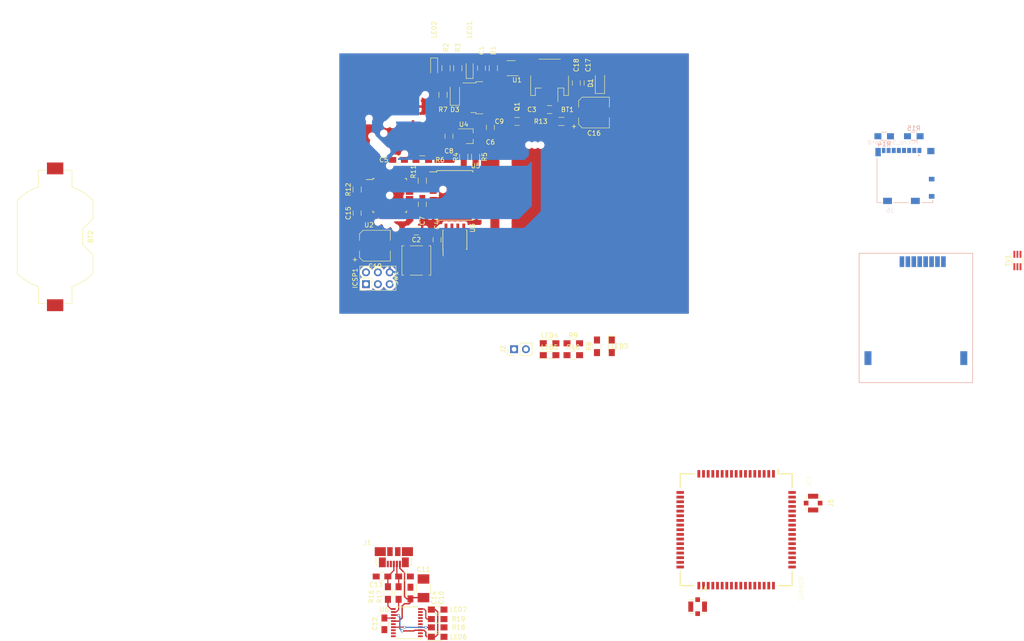
<source format=kicad_pcb>
(kicad_pcb (version 4) (host pcbnew 4.0.6)
  (layers (0 F.Cu signal) (31 B.Cu signal) (34 B.Paste user) (35 F.Paste user) (36 B.SilkS user) (37 F.SilkS user) (38 B.Mask user) (39 F.Mask user) (44 Edge.Cuts user))
  (net 0 "")
  (net 1 +BATT)
  (net 2 GND)
  (net 3 "Net-(BT2-Pad1)")
  (net 4 VBUS)
  (net 5 "Net-(C2-Pad1)")
  (net 6 +3V3)
  (net 7 /ARD_RST)
  (net 8 /DTR)
  (net 9 "Net-(C6-Pad1)")
  (net 10 /RTC_PWR)
  (net 11 "Net-(C9-Pad1)")
  (net 12 "Net-(C11-Pad1)")
  (net 13 "Net-(C12-Pad1)")
  (net 14 "Net-(C13-Pad1)")
  (net 15 +2V8)
  (net 16 /SIM808_P)
  (net 17 "Net-(IC1-Pad9)")
  (net 18 /SIM808_RI)
  (net 19 "Net-(IC1-Pad11)")
  (net 20 "Net-(IC1-Pad12)")
  (net 21 "Net-(IC1-Pad13)")
  (net 22 /ARD_HRX)
  (net 23 /ARD_HTX)
  (net 24 "Net-(IC1-Pad19)")
  (net 25 "Net-(IC1-Pad20)")
  (net 26 "Net-(IC1-Pad21)")
  (net 27 "Net-(IC1-Pad22)")
  (net 28 "Net-(IC1-Pad23)")
  (net 29 "Net-(IC1-Pad24)")
  (net 30 "Net-(IC1-Pad25)")
  (net 31 "Net-(IC1-Pad26)")
  (net 32 "Net-(IC1-Pad27)")
  (net 33 +1V8)
  (net 34 /SIMDATA)
  (net 35 /SIMCLK)
  (net 36 /SIMRST)
  (net 37 "Net-(IC1-Pad33)")
  (net 38 "Net-(IC1-Pad35)")
  (net 39 "Net-(IC1-Pad37)")
  (net 40 "Net-(IC1-Pad38)")
  (net 41 "Net-(IC1-Pad39)")
  (net 42 "Net-(IC1-Pad41)")
  (net 43 "Net-(IC1-Pad42)")
  (net 44 "Net-(IC1-Pad43)")
  (net 45 "Net-(IC1-Pad44)")
  (net 46 "Net-(IC1-Pad45)")
  (net 47 "Net-(IC1-Pad46)")
  (net 48 "Net-(IC1-Pad47)")
  (net 49 "Net-(IC1-Pad48)")
  (net 50 /SIM808_S)
  (net 51 /NETWORK_LED)
  (net 52 "Net-(IC1-Pad53)")
  (net 53 "Net-(IC1-Pad55)")
  (net 54 "Net-(IC1-Pad56)")
  (net 55 "Net-(IC1-Pad57)")
  (net 56 "Net-(IC1-Pad58)")
  (net 57 "Net-(IC1-Pad59)")
  (net 58 "Net-(IC1-Pad60)")
  (net 59 "Net-(IC1-Pad61)")
  (net 60 "Net-(IC1-Pad62)")
  (net 61 "Net-(IC1-Pad63)")
  (net 62 "Net-(IC1-Pad66)")
  (net 63 /ARD_MISO)
  (net 64 /ARD_SCK)
  (net 65 /ARD_MOSI)
  (net 66 "Net-(J1-Pad4)")
  (net 67 "Net-(J2-Pad2)")
  (net 68 "Net-(J3-Pad6)")
  (net 69 "Net-(J6-Pad8)")
  (net 70 /ARD_IO10)
  (net 71 "Net-(J6-Pad1)")
  (net 72 "Net-(R1-Pad1)")
  (net 73 "Net-(R2-Pad2)")
  (net 74 /SDA)
  (net 75 /SCL)
  (net 76 "Net-(R11-Pad1)")
  (net 77 /WAKE_UP)
  (net 78 "Net-(R16-Pad1)")
  (net 79 "Net-(R17-Pad2)")
  (net 80 "Net-(R18-Pad1)")
  (net 81 "Net-(R19-Pad1)")
  (net 82 "Net-(TV1-Pad6)")
  (net 83 "Net-(U2-Pad7)")
  (net 84 "Net-(U2-Pad8)")
  (net 85 "Net-(U2-Pad11)")
  (net 86 "Net-(U2-Pad19)")
  (net 87 "Net-(U2-Pad22)")
  (net 88 "Net-(U2-Pad24)")
  (net 89 "Net-(U2-Pad25)")
  (net 90 "Net-(U2-Pad26)")
  (net 91 /ARD_RX)
  (net 92 /ARD_TX)
  (net 93 "Net-(U3-Pad7)")
  (net 94 "Net-(U5-Pad1)")
  (net 95 "Net-(U5-Pad4)")
  (net 96 "Net-(U6-Pad2)")
  (net 97 +3V3_FDTI)
  (net 98 "Net-(U6-Pad5)")
  (net 99 "Net-(U6-Pad7)")
  (net 100 "Net-(U6-Pad8)")
  (net 101 "Net-(U6-Pad18)")
  (net 102 "Net-(U6-Pad19)")
  (net 103 "Net-(LED1-Pad1)")
  (net 104 "Net-(LED2-Pad2)")
  (net 105 "Net-(LED3-Pad2)")
  (net 106 "Net-(LED4-Pad2)")
  (net 107 "Net-(LED5-Pad2)")
  (net 108 "Net-(LED6-Pad2)")
  (net 109 "Net-(LED7-Pad2)")
  (net 110 "Net-(U2-Pad2)")
  (module Capacitors_SMD:C_0805_HandSoldering (layer F.Cu) (at 129.54 145.034 90)
    (fp_text reference C14 (at -1.016 5.08 270) (layer F.SilkS))
    (fp_text value 0.1uF hide)
    (pad 1 smd rect (at -1.25 0 90) (size 1.5 1.25) (layers F.Cu F.Paste F.Mask) (net 4 VBUS))
    (pad 2 smd rect (at 1.25 0 90) (size 1.5 1.25) (layers F.Cu F.Paste F.Mask) (net 2 GND))
  )
  (module Resistors_SMD:R_0805_HandSoldering (layer F.Cu) (at 139.7 32.385 90)
    (fp_text reference R3 (at 4.445 0 270) (layer F.SilkS))
    (fp_text value 470R hide)
    (pad 1 smd rect (at -1.35 0 90) (size 1.5 1.3) (layers F.Cu F.Paste F.Mask) (net 103 "Net-(LED1-Pad1)"))
    (pad 2 smd rect (at 1.35 0 90) (size 1.5 1.3) (layers F.Cu F.Paste F.Mask) (net 73 "Net-(R2-Pad2)"))
  )
  (module Capacitors_SMD:C_0805_HandSoldering (layer F.Cu) (at 127 52.07 180)
    (fp_text reference C5 (at 3.175 0 180) (layer F.SilkS))
    (fp_text value 0.1uF hide)
    (pad 1 smd rect (at -1.25 0 180) (size 1.5 1.25) (layers F.Cu F.Paste F.Mask) (net 7 /ARD_RST))
    (pad 2 smd rect (at 1.25 0 180) (size 1.5 1.25) (layers F.Cu F.Paste F.Mask) (net 8 /DTR))
  )
  (module Housings_QFP:TQFP-32_7x7mm_Pitch0.8mm (layer F.Cu) (at 125.095 59.69)
    (fp_text reference U2 (at -4.445 6.35) (layer F.SilkS))
    (fp_text value ATMEGA328P-AU hide)
    (pad 1 smd rect (at -4.25 -2.8) (size 1.6 0.55) (layers F.Cu F.Paste F.Mask) (net 77 /WAKE_UP))
    (pad 2 smd rect (at -4.25 -2) (size 1.6 0.55) (layers F.Cu F.Paste F.Mask) (net 110 "Net-(U2-Pad2)"))
    (pad 3 smd rect (at -4.25 -1.2) (size 1.6 0.55) (layers F.Cu F.Paste F.Mask) (net 2 GND))
    (pad 4 smd rect (at -4.25 -0.4) (size 1.6 0.55) (layers F.Cu F.Paste F.Mask) (net 6 +3V3))
    (pad 5 smd rect (at -4.25 0.4) (size 1.6 0.55) (layers F.Cu F.Paste F.Mask) (net 2 GND))
    (pad 6 smd rect (at -4.25 1.2) (size 1.6 0.55) (layers F.Cu F.Paste F.Mask) (net 6 +3V3))
    (pad 7 smd rect (at -4.25 2) (size 1.6 0.55) (layers F.Cu F.Paste F.Mask) (net 83 "Net-(U2-Pad7)"))
    (pad 8 smd rect (at -4.25 2.8) (size 1.6 0.55) (layers F.Cu F.Paste F.Mask) (net 84 "Net-(U2-Pad8)"))
    (pad 9 smd rect (at -2.8 4.25 90) (size 1.6 0.55) (layers F.Cu F.Paste F.Mask) (net 23 /ARD_HTX))
    (pad 10 smd rect (at -2 4.25 90) (size 1.6 0.55) (layers F.Cu F.Paste F.Mask) (net 22 /ARD_HRX))
    (pad 11 smd rect (at -1.2 4.25 90) (size 1.6 0.55) (layers F.Cu F.Paste F.Mask) (net 85 "Net-(U2-Pad11)"))
    (pad 12 smd rect (at -0.4 4.25 90) (size 1.6 0.55) (layers F.Cu F.Paste F.Mask) (net 50 /SIM808_S))
    (pad 13 smd rect (at 0.4 4.25 90) (size 1.6 0.55) (layers F.Cu F.Paste F.Mask) (net 16 /SIM808_P))
    (pad 14 smd rect (at 1.2 4.25 90) (size 1.6 0.55) (layers F.Cu F.Paste F.Mask) (net 70 /ARD_IO10))
    (pad 15 smd rect (at 2 4.25 90) (size 1.6 0.55) (layers F.Cu F.Paste F.Mask) (net 65 /ARD_MOSI))
    (pad 16 smd rect (at 2.8 4.25 90) (size 1.6 0.55) (layers F.Cu F.Paste F.Mask) (net 63 /ARD_MISO))
    (pad 17 smd rect (at 4.25 2.8) (size 1.6 0.55) (layers F.Cu F.Paste F.Mask) (net 64 /ARD_SCK))
    (pad 18 smd rect (at 4.25 2) (size 1.6 0.55) (layers F.Cu F.Paste F.Mask) (net 6 +3V3))
    (pad 19 smd rect (at 4.25 1.2) (size 1.6 0.55) (layers F.Cu F.Paste F.Mask) (net 86 "Net-(U2-Pad19)"))
    (pad 20 smd rect (at 4.25 0.4) (size 1.6 0.55) (layers F.Cu F.Paste F.Mask) (net 5 "Net-(C2-Pad1)"))
    (pad 21 smd rect (at 4.25 -0.4) (size 1.6 0.55) (layers F.Cu F.Paste F.Mask) (net 2 GND))
    (pad 22 smd rect (at 4.25 -1.2) (size 1.6 0.55) (layers F.Cu F.Paste F.Mask) (net 87 "Net-(U2-Pad22)"))
    (pad 23 smd rect (at 4.25 -2) (size 1.6 0.55) (layers F.Cu F.Paste F.Mask) (net 10 /RTC_PWR))
    (pad 24 smd rect (at 4.25 -2.8) (size 1.6 0.55) (layers F.Cu F.Paste F.Mask) (net 88 "Net-(U2-Pad24)"))
    (pad 25 smd rect (at 2.8 -4.25 90) (size 1.6 0.55) (layers F.Cu F.Paste F.Mask) (net 89 "Net-(U2-Pad25)"))
    (pad 26 smd rect (at 2 -4.25 90) (size 1.6 0.55) (layers F.Cu F.Paste F.Mask) (net 90 "Net-(U2-Pad26)"))
    (pad 27 smd rect (at 1.2 -4.25 90) (size 1.6 0.55) (layers F.Cu F.Paste F.Mask) (net 74 /SDA))
    (pad 28 smd rect (at 0.4 -4.25 90) (size 1.6 0.55) (layers F.Cu F.Paste F.Mask) (net 75 /SCL))
    (pad 29 smd rect (at -0.4 -4.25 90) (size 1.6 0.55) (layers F.Cu F.Paste F.Mask) (net 7 /ARD_RST))
    (pad 30 smd rect (at -1.2 -4.25 90) (size 1.6 0.55) (layers F.Cu F.Paste F.Mask) (net 91 /ARD_RX))
    (pad 31 smd rect (at -2 -4.25 90) (size 1.6 0.55) (layers F.Cu F.Paste F.Mask) (net 92 /ARD_TX))
    (pad 32 smd rect (at -2.8 -4.25 90) (size 1.6 0.55) (layers F.Cu F.Paste F.Mask) (net 18 /SIM808_RI))
  )
  (module Housings_SOIC:SOIC-16W_7.5x10.3mm_Pitch1.27mm (layer F.Cu) (at 139.065 59.69)
    (fp_text reference U5 (at 4.445 -6.35 180) (layer F.SilkS))
    (fp_text value DS3231SN hide)
    (pad 1 smd rect (at -4.65 -4.445) (size 1.5 0.6) (layers F.Cu F.Paste F.Mask) (net 94 "Net-(U5-Pad1)"))
    (pad 2 smd rect (at -4.65 -3.175) (size 1.5 0.6) (layers F.Cu F.Paste F.Mask) (net 76 "Net-(R11-Pad1)"))
    (pad 3 smd rect (at -4.65 -1.905) (size 1.5 0.6) (layers F.Cu F.Paste F.Mask) (net 77 /WAKE_UP))
    (pad 4 smd rect (at -4.65 -0.635) (size 1.5 0.6) (layers F.Cu F.Paste F.Mask) (net 95 "Net-(U5-Pad4)"))
    (pad 5 smd rect (at -4.65 0.635) (size 1.5 0.6) (layers F.Cu F.Paste F.Mask) (net 2 GND))
    (pad 6 smd rect (at -4.65 1.905) (size 1.5 0.6) (layers F.Cu F.Paste F.Mask) (net 2 GND))
    (pad 7 smd rect (at -4.65 3.175) (size 1.5 0.6) (layers F.Cu F.Paste F.Mask) (net 2 GND))
    (pad 8 smd rect (at -4.65 4.445) (size 1.5 0.6) (layers F.Cu F.Paste F.Mask) (net 2 GND))
    (pad 9 smd rect (at 4.65 4.445) (size 1.5 0.6) (layers F.Cu F.Paste F.Mask) (net 2 GND))
    (pad 10 smd rect (at 4.65 3.175) (size 1.5 0.6) (layers F.Cu F.Paste F.Mask) (net 2 GND))
    (pad 11 smd rect (at 4.65 1.905) (size 1.5 0.6) (layers F.Cu F.Paste F.Mask) (net 2 GND))
    (pad 12 smd rect (at 4.65 0.635) (size 1.5 0.6) (layers F.Cu F.Paste F.Mask) (net 2 GND))
    (pad 13 smd rect (at 4.65 -0.635) (size 1.5 0.6) (layers F.Cu F.Paste F.Mask) (net 2 GND))
    (pad 14 smd rect (at 4.65 -1.905) (size 1.5 0.6) (layers F.Cu F.Paste F.Mask) (net 3 "Net-(BT2-Pad1)"))
    (pad 15 smd rect (at 4.65 -3.175) (size 1.5 0.6) (layers F.Cu F.Paste F.Mask) (net 74 /SDA))
    (pad 16 smd rect (at 4.65 -4.445) (size 1.5 0.6) (layers F.Cu F.Paste F.Mask) (net 75 /SCL))
  )
  (module Resistors_SMD:R_0805_HandSoldering (layer F.Cu) (at 124.714 145.034 90)
    (fp_text reference R16 (at -0.762 -3.556 270) (layer F.SilkS))
    (fp_text value 27R hide)
    (pad 1 smd rect (at -1.35 0 90) (size 1.5 1.3) (layers F.Cu F.Paste F.Mask) (net 78 "Net-(R16-Pad1)"))
    (pad 2 smd rect (at 1.35 0 90) (size 1.5 1.3) (layers F.Cu F.Paste F.Mask) (net 14 "Net-(C13-Pad1)"))
  )
  (module Connectors_JST:JST_PH_S2B-PH-SM4-TB_02x2.00mm_Angled (layer F.Cu) (at 159.385 34.925 180)
    (fp_text reference BT1 (at -3.81 -6.35 180) (layer F.SilkS))
    (fp_text value "External battery")
    (pad 1 smd rect (at -1 -2.875 180) (size 1 3.5) (layers F.Cu F.Paste F.Mask) (net 1 +BATT))
    (pad 2 smd rect (at 1 -2.875 180) (size 1 3.5) (layers F.Cu F.Paste F.Mask) (net 2 GND))
    (pad "" smd rect (at -3.35 2.875 180) (size 1.5 3.4) (layers F.Cu F.Paste F.Mask))
    (pad "" smd rect (at 3.35 2.875 180) (size 1.5 3.4) (layers F.Cu F.Paste F.Mask))
  )
  (module Battery_Holders:Keystone_1058_1x2032-CoinCell (layer F.Cu) (at 53.34 68.58 90)
    (fp_text reference BT2 (at 0 7.62 90) (layer F.SilkS))
    (fp_text value "Backup battery")
    (pad 1 smd rect (at -14.68 0 90) (size 2.54 3.51) (layers F.Cu F.Paste F.Mask) (net 3 "Net-(BT2-Pad1)"))
    (pad 2 smd rect (at 14.68 0 90) (size 2.54 3.51) (layers F.Cu F.Paste F.Mask) (net 2 GND))
  )
  (module Capacitors_SMD:C_0805_HandSoldering (layer F.Cu) (at 144.78 32.385 90)
    (fp_text reference C1 (at 3.81 0 90) (layer F.SilkS))
    (fp_text value 4.7uF hide)
    (pad 1 smd rect (at -1.25 0 90) (size 1.5 1.25) (layers F.Cu F.Paste F.Mask) (net 2 GND))
    (pad 2 smd rect (at 1.25 0 90) (size 1.5 1.25) (layers F.Cu F.Paste F.Mask) (net 4 VBUS))
  )
  (module Capacitors_SMD:C_0805_HandSoldering (layer F.Cu) (at 130.81 67.31)
    (fp_text reference C2 (at 0 1.905) (layer F.SilkS))
    (fp_text value 0.1uF hide)
    (pad 1 smd rect (at -1.25 0) (size 1.5 1.25) (layers F.Cu F.Paste F.Mask) (net 5 "Net-(C2-Pad1)"))
    (pad 2 smd rect (at 1.25 0) (size 1.5 1.25) (layers F.Cu F.Paste F.Mask) (net 2 GND))
  )
  (module Capacitors_SMD:C_0805_HandSoldering (layer F.Cu) (at 159.385 41.275 180)
    (fp_text reference C3 (at 3.81 0 180) (layer F.SilkS))
    (fp_text value 4.7uF hide)
    (pad 1 smd rect (at -1.25 0 180) (size 1.5 1.25) (layers F.Cu F.Paste F.Mask) (net 1 +BATT))
    (pad 2 smd rect (at 1.25 0 180) (size 1.5 1.25) (layers F.Cu F.Paste F.Mask) (net 2 GND))
  )
  (module Capacitors_SMD:C_0805_HandSoldering (layer F.Cu) (at 135.255 69.215 270)
    (fp_text reference C4 (at -3.175 0 270) (layer F.SilkS))
    (fp_text value 0.1uF hide)
    (pad 1 smd rect (at -1.25 0 270) (size 1.5 1.25) (layers F.Cu F.Paste F.Mask) (net 6 +3V3))
    (pad 2 smd rect (at 1.25 0 270) (size 1.5 1.25) (layers F.Cu F.Paste F.Mask) (net 2 GND))
  )
  (module Capacitors_SMD:C_0805_HandSoldering (layer F.Cu) (at 146.685 45.085 90)
    (fp_text reference C6 (at -3.175 0 180) (layer F.SilkS))
    (fp_text value 1uF hide)
    (pad 1 smd rect (at -1.25 0 90) (size 1.5 1.25) (layers F.Cu F.Paste F.Mask) (net 9 "Net-(C6-Pad1)"))
    (pad 2 smd rect (at 1.25 0 90) (size 1.5 1.25) (layers F.Cu F.Paste F.Mask) (net 2 GND))
  )
  (module Capacitors_SMD:C_0805_HandSoldering (layer F.Cu) (at 132.08 61.595 270)
    (fp_text reference C7 (at 3.556 0 270) (layer F.SilkS))
    (fp_text value 0.1uF hide)
    (pad 1 smd rect (at -1.25 0 270) (size 1.5 1.25) (layers F.Cu F.Paste F.Mask) (net 10 /RTC_PWR))
    (pad 2 smd rect (at 1.25 0 270) (size 1.5 1.25) (layers F.Cu F.Paste F.Mask) (net 2 GND))
  )
  (module Capacitors_SMD:C_0805_HandSoldering (layer F.Cu) (at 137.795 46.99 90)
    (fp_text reference C8 (at -3.175 0 180) (layer F.SilkS))
    (fp_text value 1uF hide)
    (pad 1 smd rect (at -1.25 0 90) (size 1.5 1.25) (layers F.Cu F.Paste F.Mask) (net 6 +3V3))
    (pad 2 smd rect (at 1.25 0 90) (size 1.5 1.25) (layers F.Cu F.Paste F.Mask) (net 2 GND))
  )
  (module Capacitors_SMD:C_0805_HandSoldering (layer F.Cu) (at 152.4 43.815 180)
    (fp_text reference C9 (at 3.81 0 180) (layer F.SilkS))
    (fp_text value 10uF hide)
    (pad 1 smd rect (at -1.25 0 180) (size 1.5 1.25) (layers F.Cu F.Paste F.Mask) (net 11 "Net-(C9-Pad1)"))
    (pad 2 smd rect (at 1.25 0 180) (size 1.5 1.25) (layers F.Cu F.Paste F.Mask) (net 2 GND))
  )
  (module Capacitors_SMD:C_1210_HandSoldering (layer F.Cu) (at 132.334 144.018 90)
    (fp_text reference C10 (at -2.032 3.81 90) (layer F.SilkS))
    (fp_text value 4.7uF hide)
    (pad 1 smd rect (at -2 0 90) (size 2 2.5) (layers F.Cu F.Paste F.Mask) (net 4 VBUS))
    (pad 2 smd rect (at 2 0 90) (size 2 2.5) (layers F.Cu F.Paste F.Mask) (net 2 GND))
  )
  (module Capacitors_SMD:C_0805_HandSoldering (layer F.Cu) (at 128.27 141.478)
    (fp_text reference C11 (at 4.064 -1.524) (layer F.SilkS))
    (fp_text value 47pF hide)
    (pad 1 smd rect (at -1.25 0) (size 1.5 1.25) (layers F.Cu F.Paste F.Mask) (net 12 "Net-(C11-Pad1)"))
    (pad 2 smd rect (at 1.25 0) (size 1.5 1.25) (layers F.Cu F.Paste F.Mask) (net 2 GND))
  )
  (module Capacitors_SMD:C_0805_HandSoldering (layer F.Cu) (at 123.952 151.638 270)
    (fp_text reference C12 (at 0 2.032 270) (layer F.SilkS))
    (fp_text value 0.1uF hide)
    (pad 1 smd rect (at -1.25 0 270) (size 1.5 1.25) (layers F.Cu F.Paste F.Mask) (net 13 "Net-(C12-Pad1)"))
    (pad 2 smd rect (at 1.25 0 270) (size 1.5 1.25) (layers F.Cu F.Paste F.Mask) (net 2 GND))
  )
  (module Capacitors_SMD:C_0805_HandSoldering (layer F.Cu) (at 123.444 141.478 180)
    (fp_text reference C13 (at 1.27 -1.778 180) (layer F.SilkS))
    (fp_text value 47pF hide)
    (pad 1 smd rect (at -1.25 0 180) (size 1.5 1.25) (layers F.Cu F.Paste F.Mask) (net 14 "Net-(C13-Pad1)"))
    (pad 2 smd rect (at 1.25 0 180) (size 1.5 1.25) (layers F.Cu F.Paste F.Mask) (net 2 GND))
  )
  (module Diodes_SMD:D_SOD-123 (layer F.Cu) (at 139.065 38.1 90)
    (fp_text reference D3 (at -3.175 0 180) (layer F.SilkS))
    (fp_text value B130LAW hide)
    (pad 1 smd rect (at -1.65 0 90) (size 0.9 1.2) (layers F.Cu F.Paste F.Mask) (net 9 "Net-(C6-Pad1)"))
    (pad 2 smd rect (at 1.65 0 90) (size 0.9 1.2) (layers F.Cu F.Paste F.Mask) (net 4 VBUS))
  )
  (module SIM808:QFN100P2400X2400X260-68N (layer F.Cu) (at 199.39 131.445 270)
    (fp_text reference IC1 (at -10.4784 -15.6625 270) (layer F.SilkS) (effects (font (size 1.00176 1.00176) (thickness 0.05))))
    (fp_text value SIM808 (at 12.7 -13.97 270) (layer F.SilkS) (effects (font (size 1.00291 1.00291) (thickness 0.05))))
    (pad 1 smd rect (at -12 -8 270) (size 1.6 0.6) (layers F.Cu F.Paste F.Mask) (net 2 GND))
    (pad 2 smd rect (at -12 -7 270) (size 1.6 0.6) (layers F.Cu F.Paste F.Mask) (net 2 GND))
    (pad 3 smd rect (at -12 -6 270) (size 1.6 0.6) (layers F.Cu F.Paste F.Mask) (net 2 GND))
    (pad 4 smd rect (at -12 -5 270) (size 1.6 0.6) (layers F.Cu F.Paste F.Mask) (net 1 +BATT))
    (pad 5 smd rect (at -12 -4 270) (size 1.6 0.6) (layers F.Cu F.Paste F.Mask) (net 1 +BATT))
    (pad 6 smd rect (at -12 -3 270) (size 1.6 0.6) (layers F.Cu F.Paste F.Mask) (net 1 +BATT))
    (pad 7 smd rect (at -12 -2 270) (size 1.6 0.6) (layers F.Cu F.Paste F.Mask) (net 15 +2V8))
    (pad 8 smd rect (at -12 -1 270) (size 1.6 0.6) (layers F.Cu F.Paste F.Mask) (net 16 /SIM808_P))
    (pad 9 smd rect (at -12 0 270) (size 1.6 0.6) (layers F.Cu F.Paste F.Mask) (net 17 "Net-(IC1-Pad9)"))
    (pad 10 smd rect (at -12 1 270) (size 1.6 0.6) (layers F.Cu F.Paste F.Mask) (net 18 /SIM808_RI))
    (pad 11 smd rect (at -12 2 270) (size 1.6 0.6) (layers F.Cu F.Paste F.Mask) (net 19 "Net-(IC1-Pad11)"))
    (pad 12 smd rect (at -12 3 270) (size 1.6 0.6) (layers F.Cu F.Paste F.Mask) (net 20 "Net-(IC1-Pad12)"))
    (pad 13 smd rect (at -12 4 270) (size 1.6 0.6) (layers F.Cu F.Paste F.Mask) (net 21 "Net-(IC1-Pad13)"))
    (pad 14 smd rect (at -12 5 270) (size 1.6 0.6) (layers F.Cu F.Paste F.Mask) (net 22 /ARD_HRX))
    (pad 15 smd rect (at -12 6 270) (size 1.6 0.6) (layers F.Cu F.Paste F.Mask) (net 23 /ARD_HTX))
    (pad 16 smd rect (at -12 7 270) (size 1.6 0.6) (layers F.Cu F.Paste F.Mask) (net 7 /ARD_RST))
    (pad 17 smd rect (at -12 8 270) (size 1.6 0.6) (layers F.Cu F.Paste F.Mask) (net 11 "Net-(C9-Pad1)"))
    (pad 18 smd rect (at -8 12) (size 1.6 0.6) (layers F.Cu F.Paste F.Mask) (net 2 GND))
    (pad 19 smd rect (at -7 12) (size 1.6 0.6) (layers F.Cu F.Paste F.Mask) (net 24 "Net-(IC1-Pad19)"))
    (pad 20 smd rect (at -6 12) (size 1.6 0.6) (layers F.Cu F.Paste F.Mask) (net 25 "Net-(IC1-Pad20)"))
    (pad 21 smd rect (at -5 12) (size 1.6 0.6) (layers F.Cu F.Paste F.Mask) (net 26 "Net-(IC1-Pad21)"))
    (pad 22 smd rect (at -4 12) (size 1.6 0.6) (layers F.Cu F.Paste F.Mask) (net 27 "Net-(IC1-Pad22)"))
    (pad 23 smd rect (at -3 12) (size 1.6 0.6) (layers F.Cu F.Paste F.Mask) (net 28 "Net-(IC1-Pad23)"))
    (pad 24 smd rect (at -2 12) (size 1.6 0.6) (layers F.Cu F.Paste F.Mask) (net 29 "Net-(IC1-Pad24)"))
    (pad 25 smd rect (at -1 12) (size 1.6 0.6) (layers F.Cu F.Paste F.Mask) (net 30 "Net-(IC1-Pad25)"))
    (pad 26 smd rect (at 0 12) (size 1.6 0.6) (layers F.Cu F.Paste F.Mask) (net 31 "Net-(IC1-Pad26)"))
    (pad 27 smd rect (at 1 12) (size 1.6 0.6) (layers F.Cu F.Paste F.Mask) (net 32 "Net-(IC1-Pad27)"))
    (pad 28 smd rect (at 2 12) (size 1.6 0.6) (layers F.Cu F.Paste F.Mask) (net 2 GND))
    (pad 29 smd rect (at 3 12) (size 1.6 0.6) (layers F.Cu F.Paste F.Mask) (net 33 +1V8))
    (pad 30 smd rect (at 4 12) (size 1.6 0.6) (layers F.Cu F.Paste F.Mask) (net 34 /SIMDATA))
    (pad 31 smd rect (at 5 12) (size 1.6 0.6) (layers F.Cu F.Paste F.Mask) (net 35 /SIMCLK))
    (pad 32 smd rect (at 6 12) (size 1.6 0.6) (layers F.Cu F.Paste F.Mask) (net 36 /SIMRST))
    (pad 33 smd rect (at 7 12) (size 1.6 0.6) (layers F.Cu F.Paste F.Mask) (net 37 "Net-(IC1-Pad33)"))
    (pad 34 smd rect (at 8 12) (size 1.6 0.6) (layers F.Cu F.Paste F.Mask) (net 2 GND))
    (pad 35 smd rect (at 12 8 90) (size 1.6 0.6) (layers F.Cu F.Paste F.Mask) (net 38 "Net-(IC1-Pad35)"))
    (pad 36 smd rect (at 12 7 90) (size 1.6 0.6) (layers F.Cu F.Paste F.Mask) (net 2 GND))
    (pad 37 smd rect (at 12 6 90) (size 1.6 0.6) (layers F.Cu F.Paste F.Mask) (net 39 "Net-(IC1-Pad37)"))
    (pad 38 smd rect (at 12 5 90) (size 1.6 0.6) (layers F.Cu F.Paste F.Mask) (net 40 "Net-(IC1-Pad38)"))
    (pad 39 smd rect (at 12 4 90) (size 1.6 0.6) (layers F.Cu F.Paste F.Mask) (net 41 "Net-(IC1-Pad39)"))
    (pad 40 smd rect (at 12 3 90) (size 1.6 0.6) (layers F.Cu F.Paste F.Mask) (net 2 GND))
    (pad 41 smd rect (at 12 2 90) (size 1.6 0.6) (layers F.Cu F.Paste F.Mask) (net 42 "Net-(IC1-Pad41)"))
    (pad 42 smd rect (at 12 1 90) (size 1.6 0.6) (layers F.Cu F.Paste F.Mask) (net 43 "Net-(IC1-Pad42)"))
    (pad 43 smd rect (at 12 0 90) (size 1.6 0.6) (layers F.Cu F.Paste F.Mask) (net 44 "Net-(IC1-Pad43)"))
    (pad 44 smd rect (at 12 -1 90) (size 1.6 0.6) (layers F.Cu F.Paste F.Mask) (net 45 "Net-(IC1-Pad44)"))
    (pad 45 smd rect (at 12 -2 90) (size 1.6 0.6) (layers F.Cu F.Paste F.Mask) (net 46 "Net-(IC1-Pad45)"))
    (pad 46 smd rect (at 12 -3 90) (size 1.6 0.6) (layers F.Cu F.Paste F.Mask) (net 47 "Net-(IC1-Pad46)"))
    (pad 47 smd rect (at 12 -4 90) (size 1.6 0.6) (layers F.Cu F.Paste F.Mask) (net 48 "Net-(IC1-Pad47)"))
    (pad 48 smd rect (at 12 -5 90) (size 1.6 0.6) (layers F.Cu F.Paste F.Mask) (net 49 "Net-(IC1-Pad48)"))
    (pad 49 smd rect (at 12 -6 90) (size 1.6 0.6) (layers F.Cu F.Paste F.Mask) (net 50 /SIM808_S))
    (pad 50 smd rect (at 12 -7 90) (size 1.6 0.6) (layers F.Cu F.Paste F.Mask) (net 51 /NETWORK_LED))
    (pad 51 smd rect (at 12 -8 90) (size 1.6 0.6) (layers F.Cu F.Paste F.Mask) (net 2 GND))
    (pad 52 smd rect (at 8 -12 180) (size 1.6 0.6) (layers F.Cu F.Paste F.Mask) (net 2 GND))
    (pad 53 smd rect (at 7 -12 180) (size 1.6 0.6) (layers F.Cu F.Paste F.Mask) (net 52 "Net-(IC1-Pad53)"))
    (pad 54 smd rect (at 6 -12 180) (size 1.6 0.6) (layers F.Cu F.Paste F.Mask) (net 2 GND))
    (pad 55 smd rect (at 5 -12 180) (size 1.6 0.6) (layers F.Cu F.Paste F.Mask) (net 53 "Net-(IC1-Pad55)"))
    (pad 56 smd rect (at 4 -12 180) (size 1.6 0.6) (layers F.Cu F.Paste F.Mask) (net 54 "Net-(IC1-Pad56)"))
    (pad 57 smd rect (at 3 -12 180) (size 1.6 0.6) (layers F.Cu F.Paste F.Mask) (net 55 "Net-(IC1-Pad57)"))
    (pad 58 smd rect (at 2 -12 180) (size 1.6 0.6) (layers F.Cu F.Paste F.Mask) (net 56 "Net-(IC1-Pad58)"))
    (pad 59 smd rect (at 1 -12 180) (size 1.6 0.6) (layers F.Cu F.Paste F.Mask) (net 57 "Net-(IC1-Pad59)"))
    (pad 60 smd rect (at 0 -12 180) (size 1.6 0.6) (layers F.Cu F.Paste F.Mask) (net 58 "Net-(IC1-Pad60)"))
    (pad 61 smd rect (at -1 -12 180) (size 1.6 0.6) (layers F.Cu F.Paste F.Mask) (net 59 "Net-(IC1-Pad61)"))
    (pad 62 smd rect (at -2 -12 180) (size 1.6 0.6) (layers F.Cu F.Paste F.Mask) (net 60 "Net-(IC1-Pad62)"))
    (pad 63 smd rect (at -3 -12 180) (size 1.6 0.6) (layers F.Cu F.Paste F.Mask) (net 61 "Net-(IC1-Pad63)"))
    (pad 64 smd rect (at -4 -12 180) (size 1.6 0.6) (layers F.Cu F.Paste F.Mask) (net 2 GND))
    (pad 65 smd rect (at -5 -12 180) (size 1.6 0.6) (layers F.Cu F.Paste F.Mask) (net 2 GND))
    (pad 66 smd rect (at -6 -12 180) (size 1.6 0.6) (layers F.Cu F.Paste F.Mask) (net 62 "Net-(IC1-Pad66)"))
    (pad 67 smd rect (at -7 -12 180) (size 1.6 0.6) (layers F.Cu F.Paste F.Mask) (net 2 GND))
    (pad 68 smd rect (at -8 -12 180) (size 1.6 0.6) (layers F.Cu F.Paste F.Mask) (net 2 GND))
  )
  (module Pin_Headers:Pin_Header_Straight_2x03_Pitch2.54mm (layer F.Cu) (at 120.015 78.74 90)
    (fp_text reference ICSP1 (at 1.27 -2.33 90) (layer F.SilkS))
    (fp_text value CONN_02X03 hide)
    (pad 1 thru_hole rect (at 0 0 90) (size 1.7 1.7) (drill 1) (layers *.Cu *.Mask) (net 63 /ARD_MISO))
    (pad 2 thru_hole oval (at 2.54 0 90) (size 1.7 1.7) (drill 1) (layers *.Cu *.Mask) (net 6 +3V3))
    (pad 3 thru_hole oval (at 0 2.54 90) (size 1.7 1.7) (drill 1) (layers *.Cu *.Mask) (net 64 /ARD_SCK))
    (pad 4 thru_hole oval (at 2.54 2.54 90) (size 1.7 1.7) (drill 1) (layers *.Cu *.Mask) (net 65 /ARD_MOSI))
    (pad 5 thru_hole oval (at 0 5.08 90) (size 1.7 1.7) (drill 1) (layers *.Cu *.Mask) (net 7 /ARD_RST))
    (pad 6 thru_hole oval (at 2.54 5.08 90) (size 1.7 1.7) (drill 1) (layers *.Cu *.Mask) (net 2 GND))
  )
  (module Connectors_USB:USB_Micro-B_Molex_47346-0001 (layer F.Cu) (at 125.984 136.144 180)
    (fp_text reference J1 (at 5.715 1.905 360) (layer F.SilkS))
    (fp_text value "Molex 47346-0001" hide)
    (pad 1 smd rect (at -1.3 -2.66 180) (size 0.45 1.38) (layers F.Cu F.Paste F.Mask) (net 4 VBUS))
    (pad 2 smd rect (at -0.65 -2.66 180) (size 0.45 1.38) (layers F.Cu F.Paste F.Mask) (net 12 "Net-(C11-Pad1)"))
    (pad 3 smd rect (at 0 -2.66 180) (size 0.45 1.38) (layers F.Cu F.Paste F.Mask) (net 14 "Net-(C13-Pad1)"))
    (pad 4 smd rect (at 0.65 -2.66 180) (size 0.45 1.38) (layers F.Cu F.Paste F.Mask) (net 66 "Net-(J1-Pad4)"))
    (pad 5 smd rect (at 1.3 -2.66 180) (size 0.45 1.38) (layers F.Cu F.Paste F.Mask) (net 2 GND))
    (pad 6 smd rect (at -2.4625 -2.3 180) (size 1.475 2.1) (layers F.Cu F.Paste F.Mask) (net 2 GND))
    (pad 6 smd rect (at 2.4625 -2.3 180) (size 1.475 2.1) (layers F.Cu F.Paste F.Mask) (net 2 GND))
    (pad 6 smd rect (at -2.91 0 180) (size 2.375 1.9) (layers F.Cu F.Paste F.Mask) (net 2 GND))
    (pad 6 smd rect (at 2.91 0 180) (size 2.375 1.9) (layers F.Cu F.Paste F.Mask) (net 2 GND))
    (pad 6 smd rect (at -0.84 0 180) (size 1.175 1.9) (layers F.Cu F.Paste F.Mask) (net 2 GND))
    (pad 6 smd rect (at 0.84 0 180) (size 1.175 1.9) (layers F.Cu F.Paste F.Mask) (net 2 GND))
  )
  (module acronet:47553-0001 (layer B.Cu) (at 243.84 94.615 270)
    (fp_text reference J3 hide)
    (fp_text value 47553-0001 hide)
    (pad 3 smd rect (at -20.7 3.81 270) (size 2.3 1) (layers B.Cu B.Paste B.Mask) (net 35 /SIMCLK))
    (pad CD1 smd rect (at -20.7 1.27 270) (size 2.3 1) (layers B.Cu B.Paste B.Mask))
    (pad CD2 smd rect (at -20.7 0 270) (size 2.3 1) (layers B.Cu B.Paste B.Mask))
    (pad 2 smd rect (at -20.7 6.35 270) (size 2.3 1) (layers B.Cu B.Paste B.Mask) (net 36 /SIMRST))
    (pad 1 smd rect (at -20.7 8.89 270) (size 2.3 1) (layers B.Cu B.Paste B.Mask) (net 33 +1V8))
    (pad 7 smd rect (at -20.7 2.54 270) (size 2.3 1) (layers B.Cu B.Paste B.Mask) (net 34 /SIMDATA))
    (pad 5 smd rect (at -20.7 7.62 270) (size 2.3 1) (layers B.Cu B.Paste B.Mask) (net 2 GND))
    (pad 6 smd rect (at -20.7 5.08 270) (size 2.3 1) (layers B.Cu B.Paste B.Mask) (net 68 "Net-(J3-Pad6)"))
    (pad GND1 smd rect (at 0 16.18 270) (size 2.95 1.5) (layers B.Cu B.Paste B.Mask))
    (pad GND2 smd rect (at 0 -4.37 270) (size 2.95 1.5) (layers B.Cu B.Paste B.Mask))
  )
  (module Connectors_Molex:Molex_Microcoaxial_RF (layer F.Cu) (at 191.135 147.955 180)
    (fp_text reference J4 (at -1.27 3.81 180) (layer F.SilkS))
    (fp_text value CONN_COAXIAL hide)
    (pad 2 smd rect (at -1.475 0 180) (size 1.05 2.2) (layers F.Cu F.Paste F.Mask) (net 2 GND))
    (pad 2 smd rect (at 1.475 0 180) (size 1.05 2.2) (layers F.Cu F.Paste F.Mask) (net 2 GND))
    (pad 2 smd rect (at 0 -1.5 180) (size 1 1) (layers F.Cu F.Paste F.Mask) (net 2 GND))
    (pad 1 smd rect (at 0 1.5 180) (size 1 1) (layers F.Cu F.Paste F.Mask) (net 38 "Net-(IC1-Pad35)"))
  )
  (module Connectors_Molex:Molex_Microcoaxial_RF (layer F.Cu) (at 215.9 125.73 270)
    (fp_text reference J5 (at 0 -3.81 270) (layer F.SilkS))
    (fp_text value CONN_COAXIAL hide)
    (pad 2 smd rect (at -1.475 0 270) (size 1.05 2.2) (layers F.Cu F.Paste F.Mask) (net 2 GND))
    (pad 2 smd rect (at 1.475 0 270) (size 1.05 2.2) (layers F.Cu F.Paste F.Mask) (net 2 GND))
    (pad 2 smd rect (at 0 -1.5 270) (size 1 1) (layers F.Cu F.Paste F.Mask) (net 2 GND))
    (pad 1 smd rect (at 0 1.5 270) (size 1 1) (layers F.Cu F.Paste F.Mask) (net 62 "Net-(IC1-Pad66)"))
  )
  (module 104031-0811:MOLEX_104031-0811 (layer B.Cu) (at 235.585 55.245)
    (fp_text reference J6 (at -3.18735 7.64968) (layer B.SilkS) (effects (font (size 1.0039 1.0039) (thickness 0.05)) (justify mirror)))
    (fp_text value Micro_SD_Card (at -2.54813 -7.00732) (layer B.SilkS) (effects (font (size 1.00319 1.00319) (thickness 0.05)) (justify mirror)))
    (pad 8 smd rect (at -4.545 -5.2) (size 0.75 1.1) (layers B.Cu B.Paste B.Mask) (net 69 "Net-(J6-Pad8)"))
    (pad 7 smd rect (at -3.495 -5.2) (size 0.85 1.1) (layers B.Cu B.Paste B.Mask) (net 63 /ARD_MISO))
    (pad 6 smd rect (at -2.395 -5.2) (size 0.85 1.1) (layers B.Cu B.Paste B.Mask) (net 2 GND))
    (pad 5 smd rect (at -1.295 -5.2) (size 0.85 1.1) (layers B.Cu B.Paste B.Mask) (net 64 /ARD_SCK))
    (pad 4 smd rect (at -0.195 -5.2) (size 0.85 1.1) (layers B.Cu B.Paste B.Mask) (net 6 +3V3))
    (pad 3 smd rect (at 0.905 -5.2) (size 0.85 1.1) (layers B.Cu B.Paste B.Mask) (net 65 /ARD_MOSI))
    (pad 2 smd rect (at 2.005 -5.2) (size 0.875 1.1) (layers B.Cu B.Paste B.Mask) (net 70 /ARD_IO10))
    (pad 1 smd rect (at 3.105 -5.2) (size 0.85 1.1) (layers B.Cu B.Paste B.Mask) (net 71 "Net-(J6-Pad1)"))
    (pad 9 smd rect (at 5.74 0.95) (size 1.2 1) (layers B.Cu B.Paste B.Mask) (net 2 GND))
    (pad 10 smd rect (at 5.74 4.65) (size 1.2 1) (layers B.Cu B.Paste B.Mask))
    (pad G3 smd rect (at -3.73 5.625) (size 1.9 1.35) (layers B.Cu B.Paste B.Mask))
    (pad G4 smd rect (at 2.24 5.625) (size 1.9 1.35) (layers B.Cu B.Paste B.Mask))
    (pad G2 smd rect (at -5.755 -4.85) (size 1.17 1.8) (layers B.Cu B.Paste B.Mask))
    (pad G1 smd rect (at 5.565 -5.075) (size 1.55 1.35) (layers B.Cu B.Paste B.Mask))
  )
  (module LEDs:LED_0805_HandSoldering (layer F.Cu) (at 142.24 32.385 90)
    (fp_text reference LED1 (at 8.255 0 90) (layer F.SilkS))
    (fp_text value Chg)
    (pad 1 smd rect (at -1.35 0 90) (size 1.5 1.3) (layers F.Cu F.Paste F.Mask) (net 103 "Net-(LED1-Pad1)"))
    (pad 2 smd rect (at 1.35 0 90) (size 1.5 1.3) (layers F.Cu F.Paste F.Mask) (net 4 VBUS))
  )
  (module LEDs:LED_0805_HandSoldering (layer F.Cu) (at 134.62 32.385 270)
    (fp_text reference LED2 (at -8.255 0 270) (layer F.SilkS))
    (fp_text value Done)
    (pad 1 smd rect (at -1.35 0 270) (size 1.5 1.3) (layers F.Cu F.Paste F.Mask) (net 2 GND))
    (pad 2 smd rect (at 1.35 0 270) (size 1.5 1.3) (layers F.Cu F.Paste F.Mask) (net 104 "Net-(LED2-Pad2)"))
  )
  (module LEDs:LED_0805_HandSoldering (layer F.Cu) (at 172.72 92.075 270)
    (fp_text reference LED3 (at 0 -1.7 360) (layer F.SilkS))
    (fp_text value Power)
    (pad 1 smd rect (at -1.35 0 270) (size 1.5 1.3) (layers F.Cu F.Paste F.Mask) (net 67 "Net-(J2-Pad2)"))
    (pad 2 smd rect (at 1.35 0 270) (size 1.5 1.3) (layers F.Cu F.Paste F.Mask) (net 105 "Net-(LED3-Pad2)"))
  )
  (module LEDs:LED_0805_HandSoldering (layer F.Cu) (at 159.385 91.44)
    (fp_text reference LED4 (at 0 -1.7) (layer F.SilkS))
    (fp_text value SIM_Power)
    (pad 1 smd rect (at -1.35 0) (size 1.5 1.3) (layers F.Cu F.Paste F.Mask) (net 67 "Net-(J2-Pad2)"))
    (pad 2 smd rect (at 1.35 0) (size 1.5 1.3) (layers F.Cu F.Paste F.Mask) (net 106 "Net-(LED4-Pad2)"))
  )
  (module LEDs:LED_0805_HandSoldering (layer F.Cu) (at 159.385 93.98)
    (fp_text reference LED5 (at 0 -1.7) (layer F.SilkS))
    (fp_text value Network)
    (pad 1 smd rect (at -1.35 0) (size 1.5 1.3) (layers F.Cu F.Paste F.Mask) (net 67 "Net-(J2-Pad2)"))
    (pad 2 smd rect (at 1.35 0) (size 1.5 1.3) (layers F.Cu F.Paste F.Mask) (net 107 "Net-(LED5-Pad2)"))
  )
  (module LEDs:LED_0805_HandSoldering (layer F.Cu) (at 135.382 154.432)
    (fp_text reference LED6 (at 4.445 0) (layer F.SilkS))
    (fp_text value Rx)
    (pad 1 smd rect (at -1.35 0) (size 1.5 1.3) (layers F.Cu F.Paste F.Mask) (net 97 +3V3_FDTI))
    (pad 2 smd rect (at 1.35 0) (size 1.5 1.3) (layers F.Cu F.Paste F.Mask) (net 108 "Net-(LED6-Pad2)"))
  )
  (module LEDs:LED_0805_HandSoldering (layer F.Cu) (at 135.382 148.59)
    (fp_text reference LED7 (at 4.445 0) (layer F.SilkS))
    (fp_text value Tx)
    (pad 1 smd rect (at -1.35 0) (size 1.5 1.3) (layers F.Cu F.Paste F.Mask) (net 97 +3V3_FDTI))
    (pad 2 smd rect (at 1.35 0) (size 1.5 1.3) (layers F.Cu F.Paste F.Mask) (net 109 "Net-(LED7-Pad2)"))
  )
  (module TO_SOT_Packages_SMD:TO-252-2 (layer F.Cu) (at 146.05 38.735)
    (fp_text reference Q1 (at 6.35 1.905 270) (layer F.SilkS))
    (fp_text value DMP1045U hide)
    (pad 1 smd rect (at -4.2 -2.28) (size 2.2 1.2) (layers F.Cu F.Paste F.Mask) (net 4 VBUS))
    (pad 3 smd rect (at -4.2 2.28) (size 2.2 1.2) (layers F.Cu F.Paste F.Mask) (net 9 "Net-(C6-Pad1)"))
    (pad 2 smd rect (at 2.1 0) (size 6.4 5.8) (layers F.Cu F.Mask) (net 1 +BATT))
    (pad 2 smd rect (at 3.775 1.525) (size 3.05 2.75) (layers F.Cu F.Paste) (net 1 +BATT))
    (pad 2 smd rect (at 0.425 -1.525) (size 3.05 2.75) (layers F.Cu F.Paste) (net 1 +BATT))
    (pad 2 smd rect (at 3.775 -1.525) (size 3.05 2.75) (layers F.Cu F.Paste) (net 1 +BATT))
    (pad 2 smd rect (at 0.425 1.525) (size 3.05 2.75) (layers F.Cu F.Paste) (net 1 +BATT))
  )
  (module Resistors_SMD:R_0805_HandSoldering (layer F.Cu) (at 147.32 32.385 90)
    (fp_text reference R1 (at 3.81 0 90) (layer F.SilkS))
    (fp_text value 2k hide)
    (pad 1 smd rect (at -1.35 0 90) (size 1.5 1.3) (layers F.Cu F.Paste F.Mask) (net 72 "Net-(R1-Pad1)"))
    (pad 2 smd rect (at 1.35 0 90) (size 1.5 1.3) (layers F.Cu F.Paste F.Mask) (net 2 GND))
  )
  (module Resistors_SMD:R_0805_HandSoldering (layer F.Cu) (at 137.16 32.385 90)
    (fp_text reference R2 (at 4.445 0 90) (layer F.SilkS))
    (fp_text value 1k hide)
    (pad 1 smd rect (at -1.35 0 90) (size 1.5 1.3) (layers F.Cu F.Paste F.Mask) (net 104 "Net-(LED2-Pad2)"))
    (pad 2 smd rect (at 1.35 0 90) (size 1.5 1.3) (layers F.Cu F.Paste F.Mask) (net 73 "Net-(R2-Pad2)"))
  )
  (module Resistors_SMD:R_0805_HandSoldering (layer F.Cu) (at 140.97 51.435 90)
    (fp_text reference R4 (at 0 -1.7 90) (layer F.SilkS))
    (fp_text value 1k hide)
    (pad 1 smd rect (at -1.35 0 90) (size 1.5 1.3) (layers F.Cu F.Paste F.Mask) (net 74 /SDA))
    (pad 2 smd rect (at 1.35 0 90) (size 1.5 1.3) (layers F.Cu F.Paste F.Mask) (net 6 +3V3))
  )
  (module Resistors_SMD:R_0805_HandSoldering (layer F.Cu) (at 143.51 51.435 90)
    (fp_text reference R5 (at 0 1.905 90) (layer F.SilkS))
    (fp_text value 1k hide)
    (pad 1 smd rect (at -1.35 0 90) (size 1.5 1.3) (layers F.Cu F.Paste F.Mask) (net 75 /SCL))
    (pad 2 smd rect (at 1.35 0 90) (size 1.5 1.3) (layers F.Cu F.Paste F.Mask) (net 6 +3V3))
  )
  (module Resistors_SMD:R_0805_HandSoldering (layer F.Cu) (at 132.08 52.07)
    (fp_text reference R6 (at 3.81 0 180) (layer F.SilkS))
    (fp_text value 10k hide)
    (pad 1 smd rect (at -1.35 0) (size 1.5 1.3) (layers F.Cu F.Paste F.Mask) (net 7 /ARD_RST))
    (pad 2 smd rect (at 1.35 0) (size 1.5 1.3) (layers F.Cu F.Paste F.Mask) (net 6 +3V3))
  )
  (module Resistors_SMD:R_0805_HandSoldering (layer F.Cu) (at 136.525 38.1 270)
    (fp_text reference R7 (at 3.175 0 540) (layer F.SilkS))
    (fp_text value 100k hide)
    (pad 1 smd rect (at -1.35 0 270) (size 1.5 1.3) (layers F.Cu F.Paste F.Mask) (net 4 VBUS))
    (pad 2 smd rect (at 1.35 0 270) (size 1.5 1.3) (layers F.Cu F.Paste F.Mask) (net 2 GND))
  )
  (module Resistors_SMD:R_0805_HandSoldering (layer F.Cu) (at 169.545 92.075 90)
    (fp_text reference R8 (at 0 -1.7 90) (layer F.SilkS))
    (fp_text value 1k hide)
    (pad 1 smd rect (at -1.35 0 90) (size 1.5 1.3) (layers F.Cu F.Paste F.Mask) (net 105 "Net-(LED3-Pad2)"))
    (pad 2 smd rect (at 1.35 0 90) (size 1.5 1.3) (layers F.Cu F.Paste F.Mask) (net 6 +3V3))
  )
  (module Resistors_SMD:R_0805_HandSoldering (layer F.Cu) (at 164.465 91.44)
    (fp_text reference R9 (at 0 -1.7) (layer F.SilkS))
    (fp_text value 1k hide)
    (pad 1 smd rect (at -1.35 0) (size 1.5 1.3) (layers F.Cu F.Paste F.Mask) (net 106 "Net-(LED4-Pad2)"))
    (pad 2 smd rect (at 1.35 0) (size 1.5 1.3) (layers F.Cu F.Paste F.Mask) (net 50 /SIM808_S))
  )
  (module Resistors_SMD:R_0805_HandSoldering (layer F.Cu) (at 164.465 93.98)
    (fp_text reference R10 (at 0 -1.7) (layer F.SilkS))
    (fp_text value 1k hide)
    (pad 1 smd rect (at -1.35 0) (size 1.5 1.3) (layers F.Cu F.Paste F.Mask) (net 107 "Net-(LED5-Pad2)"))
    (pad 2 smd rect (at 1.35 0) (size 1.5 1.3) (layers F.Cu F.Paste F.Mask) (net 51 /NETWORK_LED))
  )
  (module Resistors_SMD:R_0805_HandSoldering (layer F.Cu) (at 132.08 56.515 270)
    (fp_text reference R11 (at -1.905 1.905 450) (layer F.SilkS))
    (fp_text value 160R hide)
    (pad 1 smd rect (at -1.35 0 270) (size 1.5 1.3) (layers F.Cu F.Paste F.Mask) (net 76 "Net-(R11-Pad1)"))
    (pad 2 smd rect (at 1.35 0 270) (size 1.5 1.3) (layers F.Cu F.Paste F.Mask) (net 10 /RTC_PWR))
  )
  (module Resistors_SMD:R_0805_HandSoldering (layer F.Cu) (at 118.11 58.42 270)
    (fp_text reference R12 (at 0 1.905 270) (layer F.SilkS))
    (fp_text value 20k hide)
    (pad 1 smd rect (at -1.35 0 270) (size 1.5 1.3) (layers F.Cu F.Paste F.Mask) (net 77 /WAKE_UP))
    (pad 2 smd rect (at 1.35 0 270) (size 1.5 1.3) (layers F.Cu F.Paste F.Mask) (net 6 +3V3))
  )
  (module Resistors_SMD:R_0805_HandSoldering (layer F.Cu) (at 161.925 43.815)
    (fp_text reference R13 (at -4.445 0) (layer F.SilkS))
    (fp_text value 10k hide)
    (pad 1 smd rect (at -1.35 0) (size 1.5 1.3) (layers F.Cu F.Paste F.Mask) (net 21 "Net-(IC1-Pad13)"))
    (pad 2 smd rect (at 1.35 0) (size 1.5 1.3) (layers F.Cu F.Paste F.Mask) (net 15 +2V8))
  )
  (module Resistors_SMD:R_0805_HandSoldering (layer B.Cu) (at 231.14 46.99)
    (fp_text reference R14 (at 0 1.7) (layer B.SilkS) (effects (justify mirror)))
    (fp_text value 50k hide)
    (pad 1 smd rect (at -1.35 0) (size 1.5 1.3) (layers B.Cu B.Paste B.Mask) (net 69 "Net-(J6-Pad8)"))
    (pad 2 smd rect (at 1.35 0) (size 1.5 1.3) (layers B.Cu B.Paste B.Mask) (net 6 +3V3))
  )
  (module Resistors_SMD:R_0805_HandSoldering (layer B.Cu) (at 237.49 46.99 180)
    (fp_text reference R15 (at 0 1.7 180) (layer B.SilkS) (effects (justify mirror)))
    (fp_text value 50k hide)
    (pad 1 smd rect (at -1.35 0 180) (size 1.5 1.3) (layers B.Cu B.Paste B.Mask) (net 71 "Net-(J6-Pad1)"))
    (pad 2 smd rect (at 1.35 0 180) (size 1.5 1.3) (layers B.Cu B.Paste B.Mask) (net 6 +3V3))
  )
  (module Resistors_SMD:R_0805_HandSoldering (layer F.Cu) (at 127 145.034 270)
    (fp_text reference R17 (at 0.762 4.064 270) (layer F.SilkS))
    (fp_text value 27R hide)
    (pad 1 smd rect (at -1.35 0 270) (size 1.5 1.3) (layers F.Cu F.Paste F.Mask) (net 12 "Net-(C11-Pad1)"))
    (pad 2 smd rect (at 1.35 0 270) (size 1.5 1.3) (layers F.Cu F.Paste F.Mask) (net 79 "Net-(R17-Pad2)"))
  )
  (module Resistors_SMD:R_0805_HandSoldering (layer F.Cu) (at 135.382 152.4)
    (fp_text reference R18 (at 4.445 0) (layer F.SilkS))
    (fp_text value 1k hide)
    (pad 1 smd rect (at -1.35 0) (size 1.5 1.3) (layers F.Cu F.Paste F.Mask) (net 80 "Net-(R18-Pad1)"))
    (pad 2 smd rect (at 1.35 0) (size 1.5 1.3) (layers F.Cu F.Paste F.Mask) (net 108 "Net-(LED6-Pad2)"))
  )
  (module Resistors_SMD:R_0805_HandSoldering (layer F.Cu) (at 135.382 150.622)
    (fp_text reference R19 (at 4.445 0) (layer F.SilkS))
    (fp_text value 1k hide)
    (pad 1 smd rect (at -1.35 0) (size 1.5 1.3) (layers F.Cu F.Paste F.Mask) (net 81 "Net-(R19-Pad1)"))
    (pad 2 smd rect (at 1.35 0) (size 1.5 1.3) (layers F.Cu F.Paste F.Mask) (net 109 "Net-(LED7-Pad2)"))
  )
  (module Buttons_Switches_SMD:SW_SPST_EVPBF (layer F.Cu) (at 130.81 73.66 270)
    (fp_text reference SW1 (at 3.81 4.445 270) (layer F.SilkS))
    (fp_text value Reset)
    (pad 1 smd rect (at 2.88 -2 270) (size 2.75 1) (layers F.Cu F.Paste F.Mask) (net 2 GND))
    (pad 1 smd rect (at -2.88 -2 270) (size 2.75 1) (layers F.Cu F.Paste F.Mask) (net 2 GND))
    (pad 2 smd rect (at -2.88 2 270) (size 2.75 1) (layers F.Cu F.Paste F.Mask) (net 7 /ARD_RST))
    (pad 2 smd rect (at 2.88 2 270) (size 2.75 1) (layers F.Cu F.Paste F.Mask) (net 7 /ARD_RST))
  )
  (module TO_SOT_Packages_SMD:SOT-363_SC-70-6_Handsoldering (layer F.Cu) (at 259.715 73.66 90)
    (fp_text reference TV1 (at 0 -2 90) (layer F.SilkS))
    (fp_text value SMF05C hide)
    (pad 1 smd rect (at -1.33 -0.65 90) (size 1.5 0.4) (layers F.Cu F.Paste F.Mask) (net 33 +1V8))
    (pad 2 smd rect (at -1.33 0 90) (size 1.5 0.4) (layers F.Cu F.Paste F.Mask) (net 2 GND))
    (pad 3 smd rect (at -1.33 0.65 90) (size 1.5 0.4) (layers F.Cu F.Paste F.Mask) (net 36 /SIMRST))
    (pad 4 smd rect (at 1.33 0.65 90) (size 1.5 0.4) (layers F.Cu F.Paste F.Mask) (net 35 /SIMCLK))
    (pad 5 smd rect (at 1.33 0 90) (size 1.5 0.4) (layers F.Cu F.Paste F.Mask) (net 34 /SIMDATA))
    (pad 6 smd rect (at 1.33 -0.65 90) (size 1.5 0.4) (layers F.Cu F.Paste F.Mask) (net 82 "Net-(TV1-Pad6)"))
  )
  (module TO_SOT_Packages_SMD:SOT-23-5 (layer F.Cu) (at 151.13 32.385 180)
    (fp_text reference U1 (at -1.27 -2.54 360) (layer F.SilkS))
    (fp_text value MCP73832-5-OT hide)
    (pad 1 smd rect (at -1.1 -0.95 180) (size 1.06 0.65) (layers F.Cu F.Paste F.Mask) (net 73 "Net-(R2-Pad2)"))
    (pad 2 smd rect (at -1.1 0 180) (size 1.06 0.65) (layers F.Cu F.Paste F.Mask) (net 2 GND))
    (pad 3 smd rect (at -1.1 0.95 180) (size 1.06 0.65) (layers F.Cu F.Paste F.Mask) (net 1 +BATT))
    (pad 4 smd rect (at 1.1 0.95 180) (size 1.06 0.65) (layers F.Cu F.Paste F.Mask) (net 4 VBUS))
    (pad 5 smd rect (at 1.1 -0.95 180) (size 1.06 0.65) (layers F.Cu F.Paste F.Mask) (net 72 "Net-(R1-Pad1)"))
  )
  (module Housings_SOIC:SOIC-8_3.9x4.9mm_Pitch1.27mm (layer F.Cu) (at 139.065 69.215 90)
    (fp_text reference U3 (at 2.54 3.81 90) (layer F.SilkS))
    (fp_text value 24LC512 hide)
    (pad 1 smd rect (at -2.7 -1.905 90) (size 1.55 0.6) (layers F.Cu F.Paste F.Mask) (net 2 GND))
    (pad 2 smd rect (at -2.7 -0.635 90) (size 1.55 0.6) (layers F.Cu F.Paste F.Mask) (net 2 GND))
    (pad 3 smd rect (at -2.7 0.635 90) (size 1.55 0.6) (layers F.Cu F.Paste F.Mask) (net 2 GND))
    (pad 4 smd rect (at -2.7 1.905 90) (size 1.55 0.6) (layers F.Cu F.Paste F.Mask) (net 2 GND))
    (pad 5 smd rect (at 2.7 1.905 90) (size 1.55 0.6) (layers F.Cu F.Paste F.Mask) (net 74 /SDA))
    (pad 6 smd rect (at 2.7 0.635 90) (size 1.55 0.6) (layers F.Cu F.Paste F.Mask) (net 75 /SCL))
    (pad 7 smd rect (at 2.7 -0.635 90) (size 1.55 0.6) (layers F.Cu F.Paste F.Mask) (net 93 "Net-(U3-Pad7)"))
    (pad 8 smd rect (at 2.7 -1.905 90) (size 1.55 0.6) (layers F.Cu F.Paste F.Mask) (net 6 +3V3))
  )
  (module TO_SOT_Packages_SMD:SOT-23_Handsoldering (layer F.Cu) (at 142.24 46.99)
    (fp_text reference U4 (at -1.27 -2.54 180) (layer F.SilkS))
    (fp_text value MCP1700T-3302E/TT hide)
    (pad 1 smd rect (at -1.5 -0.95) (size 1.9 0.8) (layers F.Cu F.Paste F.Mask) (net 2 GND))
    (pad 2 smd rect (at -1.5 0.95) (size 1.9 0.8) (layers F.Cu F.Paste F.Mask) (net 6 +3V3))
    (pad 3 smd rect (at 1.5 0) (size 1.9 0.8) (layers F.Cu F.Paste F.Mask) (net 9 "Net-(C6-Pad1)"))
  )
  (module Housings_SSOP:SSOP-20_4.4x6.5mm_Pitch0.65mm (layer F.Cu) (at 128.778 151.384 180)
    (fp_text reference U6 (at 4.826 2.794 360) (layer F.SilkS))
    (fp_text value FT231XS hide)
    (pad 1 smd rect (at -2.9 -2.925 180) (size 1 0.4) (layers F.Cu F.Paste F.Mask) (net 8 /DTR))
    (pad 2 smd rect (at -2.9 -2.275 180) (size 1 0.4) (layers F.Cu F.Paste F.Mask) (net 96 "Net-(U6-Pad2)"))
    (pad 3 smd rect (at -2.9 -1.625 180) (size 1 0.4) (layers F.Cu F.Paste F.Mask) (net 97 +3V3_FDTI))
    (pad 4 smd rect (at -2.9 -0.975 180) (size 1 0.4) (layers F.Cu F.Paste F.Mask) (net 92 /ARD_TX))
    (pad 5 smd rect (at -2.9 -0.325 180) (size 1 0.4) (layers F.Cu F.Paste F.Mask) (net 98 "Net-(U6-Pad5)"))
    (pad 6 smd rect (at -2.9 0.325 180) (size 1 0.4) (layers F.Cu F.Paste F.Mask) (net 2 GND))
    (pad 7 smd rect (at -2.9 0.975 180) (size 1 0.4) (layers F.Cu F.Paste F.Mask) (net 99 "Net-(U6-Pad7)"))
    (pad 8 smd rect (at -2.9 1.625 180) (size 1 0.4) (layers F.Cu F.Paste F.Mask) (net 100 "Net-(U6-Pad8)"))
    (pad 9 smd rect (at -2.9 2.275 180) (size 1 0.4) (layers F.Cu F.Paste F.Mask) (net 2 GND))
    (pad 10 smd rect (at -2.9 2.925 180) (size 1 0.4) (layers F.Cu F.Paste F.Mask) (net 81 "Net-(R19-Pad1)"))
    (pad 11 smd rect (at 2.9 2.925 180) (size 1 0.4) (layers F.Cu F.Paste F.Mask) (net 78 "Net-(R16-Pad1)"))
    (pad 12 smd rect (at 2.9 2.275 180) (size 1 0.4) (layers F.Cu F.Paste F.Mask) (net 79 "Net-(R17-Pad2)"))
    (pad 13 smd rect (at 2.9 1.625 180) (size 1 0.4) (layers F.Cu F.Paste F.Mask) (net 97 +3V3_FDTI))
    (pad 14 smd rect (at 2.9 0.975 180) (size 1 0.4) (layers F.Cu F.Paste F.Mask) (net 13 "Net-(C12-Pad1)"))
    (pad 15 smd rect (at 2.9 0.325 180) (size 1 0.4) (layers F.Cu F.Paste F.Mask) (net 4 VBUS))
    (pad 16 smd rect (at 2.9 -0.325 180) (size 1 0.4) (layers F.Cu F.Paste F.Mask) (net 2 GND))
    (pad 17 smd rect (at 2.9 -0.975 180) (size 1 0.4) (layers F.Cu F.Paste F.Mask) (net 80 "Net-(R18-Pad1)"))
    (pad 18 smd rect (at 2.9 -1.625 180) (size 1 0.4) (layers F.Cu F.Paste F.Mask) (net 101 "Net-(U6-Pad18)"))
    (pad 19 smd rect (at 2.9 -2.275 180) (size 1 0.4) (layers F.Cu F.Paste F.Mask) (net 102 "Net-(U6-Pad19)"))
    (pad 20 smd rect (at 2.9 -2.925 180) (size 1 0.4) (layers F.Cu F.Paste F.Mask) (net 91 /ARD_RX))
  )
  (module Pin_Headers:Pin_Header_Straight_1x02_Pitch2.54mm (layer F.Cu) (at 151.765 92.71 90)
    (fp_text reference J2 (at 0 -2.33 90) (layer F.SilkS))
    (fp_text value Leds)
    (pad 1 thru_hole rect (at 0 0 90) (size 1.7 1.7) (drill 1) (layers *.Cu *.Mask) (net 2 GND))
    (pad 2 thru_hole oval (at 0 2.54 90) (size 1.7 1.7) (drill 1) (layers *.Cu *.Mask) (net 67 "Net-(J2-Pad2)"))
  )
  (module Capacitors_SMD:C_0805_HandSoldering (layer F.Cu) (at 118.11 63.5 270)
    (fp_text reference C15 (at 0 1.905 270) (layer F.SilkS))
    (fp_text value 0.1uF hide)
    (pad 1 smd rect (at -1.25 0 270) (size 1.5 1.25) (layers F.Cu F.Paste F.Mask) (net 6 +3V3))
    (pad 2 smd rect (at 1.25 0 270) (size 1.5 1.25) (layers F.Cu F.Paste F.Mask) (net 2 GND))
  )
  (module Capacitors_SMD:C_0805_HandSoldering (layer F.Cu) (at 167.64 35.56 90)
    (fp_text reference C17 (at 3.81 0 90) (layer F.SilkS))
    (fp_text value 33pF hide)
    (pad 1 smd rect (at -1.25 0 90) (size 1.5 1.25) (layers F.Cu F.Paste F.Mask) (net 1 +BATT))
    (pad 2 smd rect (at 1.25 0 90) (size 1.5 1.25) (layers F.Cu F.Paste F.Mask) (net 2 GND))
  )
  (module Capacitors_SMD:C_0805_HandSoldering (layer F.Cu) (at 165.1 35.56 90)
    (fp_text reference C18 (at 3.81 0 90) (layer F.SilkS))
    (fp_text value 10pF hide)
    (pad 1 smd rect (at -1.25 0 90) (size 1.5 1.25) (layers F.Cu F.Paste F.Mask) (net 1 +BATT))
    (pad 2 smd rect (at 1.25 0 90) (size 1.5 1.25) (layers F.Cu F.Paste F.Mask) (net 2 GND))
  )
  (module Diodes_SMD:D_SOD-123 (layer F.Cu) (at 170.18 35.56 90)
    (fp_text reference D1 (at 0 -2 90) (layer F.SilkS))
    (fp_text value MMSZ5231BT1G hide)
    (pad 1 smd rect (at -1.65 0 90) (size 0.9 1.2) (layers F.Cu F.Paste F.Mask) (net 1 +BATT))
    (pad 2 smd rect (at 1.65 0 90) (size 0.9 1.2) (layers F.Cu F.Paste F.Mask) (net 2 GND))
  )
  (module Capacitors_SMD:CP_Elec_6.3x7.7 (layer F.Cu) (at 168.91 41.91)
    (fp_text reference C16 (at 0 4.43) (layer F.SilkS))
    (fp_text value 100uF)
    (fp_text user + (at -4.28 2.91) (layer F.SilkS))
    (pad 1 smd rect (at -2.7 0 180) (size 3.5 1.6) (layers F.Cu F.Paste F.Mask) (net 1 +BATT))
    (pad 2 smd rect (at 2.7 0 180) (size 3.5 1.6) (layers F.Cu F.Paste F.Mask) (net 2 GND))
  )
  (module Capacitors_SMD:CP_Elec_6.3x7.7 (layer F.Cu) (at 121.92 70.485)
    (fp_text reference C19 (at 0 4.43) (layer F.SilkS))
    (fp_text value 100uF)
    (fp_text user + (at -4.28 2.91) (layer F.SilkS))
    (pad 1 smd rect (at -2.7 0 180) (size 3.5 1.6) (layers F.Cu F.Paste F.Mask) (net 6 +3V3))
    (pad 2 smd rect (at 2.7 0 180) (size 3.5 1.6) (layers F.Cu F.Paste F.Mask) (net 2 GND))
  )
  (segment (start 125.878 151.059) (end 127.071 151.059) (width 0.3) (layer F.Cu) (net 4))
  (segment (start 129.54 147.066) (end 129.54 146.284) (width 0.3) (layer F.Cu) (net 4))
  (segment (start 129.286 147.32) (end 129.54 147.066) (width 0.3) (layer F.Cu) (net 4))
  (segment (start 128.27 147.32) (end 129.286 147.32) (width 0.3) (layer F.Cu) (net 4))
  (segment (start 127.762 147.828) (end 128.27 147.32) (width 0.3) (layer F.Cu) (net 4))
  (segment (start 127.762 150.368) (end 127.762 147.828) (width 0.3) (layer F.Cu) (net 4))
  (segment (start 127.071 151.059) (end 127.762 150.368) (width 0.3) (layer F.Cu) (net 4))
  (segment (start 129.54 146.284) (end 128.758 146.284) (width 0.3) (layer F.Cu) (net 4))
  (segment (start 127.284 139.73) (end 127.284 138.804) (width 0.3) (layer F.Cu) (net 4))
  (segment (start 128.27 140.716) (end 127.284 139.73) (width 0.3) (layer F.Cu) (net 4))
  (segment (start 128.27 145.796) (end 128.27 140.716) (width 0.3) (layer F.Cu) (net 4))
  (segment (start 128.758 146.284) (end 128.27 145.796) (width 0.3) (layer F.Cu) (net 4))
  (segment (start 132.334 146.018) (end 129.806 146.018) (width 0.3) (layer F.Cu) (net 4))
  (segment (start 129.806 146.018) (end 129.54 146.284) (width 0.3) (layer F.Cu) (net 4))
  (segment (start 127.02 141.478) (end 127.02 143.664) (width 0.25) (layer F.Cu) (net 12))
  (segment (start 127.02 143.664) (end 127 143.684) (width 0.25) (layer F.Cu) (net 12))
  (segment (start 126.634 138.804) (end 126.634 141.092) (width 0.25) (layer F.Cu) (net 12))
  (segment (start 126.634 141.092) (end 127.02 141.478) (width 0.25) (layer F.Cu) (net 12))
  (segment (start 125.878 150.409) (end 123.973 150.409) (width 0.25) (layer F.Cu) (net 13))
  (segment (start 123.973 150.409) (end 123.952 150.388) (width 0.25) (layer F.Cu) (net 13))
  (segment (start 124.694 141.478) (end 124.694 143.664) (width 0.25) (layer F.Cu) (net 14))
  (segment (start 124.694 143.664) (end 124.714 143.684) (width 0.25) (layer F.Cu) (net 14))
  (segment (start 125.984 138.804) (end 125.984 140.188) (width 0.25) (layer F.Cu) (net 14))
  (segment (start 125.984 140.188) (end 124.694 141.478) (width 0.25) (layer F.Cu) (net 14))
  (segment (start 124.714 146.384) (end 124.714 147.32) (width 0.25) (layer F.Cu) (net 78))
  (segment (start 125.345 148.459) (end 125.878 148.459) (width 0.25) (layer F.Cu) (net 78))
  (segment (start 124.714 147.828) (end 125.345 148.459) (width 0.25) (layer F.Cu) (net 78))
  (segment (start 124.714 147.574) (end 124.714 147.828) (width 0.25) (layer F.Cu) (net 78))
  (segment (start 124.714 147.32) (end 124.714 147.574) (width 0.25) (layer F.Cu) (net 78))
  (segment (start 127 146.384) (end 127 148.336) (width 0.25) (layer F.Cu) (net 79))
  (segment (start 126.481 149.109) (end 125.878 149.109) (width 0.25) (layer F.Cu) (net 79))
  (segment (start 127 148.59) (end 126.481 149.109) (width 0.25) (layer F.Cu) (net 79))
  (segment (start 127 148.336) (end 127 148.59) (width 0.25) (layer F.Cu) (net 79))
  (segment (start 134.032 152.4) (end 132.842 152.4) (width 0.25) (layer F.Cu) (net 80))
  (segment (start 128.229 152.359) (end 125.878 152.359) (width 0.25) (layer F.Cu) (net 80))
  (segment (start 128.27 152.4) (end 128.229 152.359) (width 0.25) (layer F.Cu) (net 80))
  (via (at 128.27 152.4) (size 0.6) (drill 0.4) (layers F.Cu B.Cu) (net 80))
  (segment (start 132.842 152.4) (end 128.27 152.4) (width 0.25) (layer B.Cu) (net 80))
  (via (at 132.842 152.4) (size 0.6) (drill 0.4) (layers F.Cu B.Cu) (net 80))
  (segment (start 125.837 152.4) (end 125.878 152.359) (width 0.25) (layer F.Cu) (net 80))
  (segment (start 134.032 150.622) (end 133.096 150.622) (width 0.25) (layer F.Cu) (net 81))
  (segment (start 132.457 148.459) (end 131.678 148.459) (width 0.25) (layer F.Cu) (net 81))
  (segment (start 132.842 148.844) (end 132.457 148.459) (width 0.25) (layer F.Cu) (net 81))
  (segment (start 132.842 150.368) (end 132.842 148.844) (width 0.25) (layer F.Cu) (net 81))
  (segment (start 133.096 150.622) (end 132.842 150.368) (width 0.25) (layer F.Cu) (net 81))
  (segment (start 131.678 153.009) (end 130.455 153.009) (width 0.3) (layer F.Cu) (net 97))
  (segment (start 126.899 149.759) (end 125.878 149.759) (width 0.3) (layer F.Cu) (net 97))
  (segment (start 127 149.86) (end 126.899 149.759) (width 0.3) (layer F.Cu) (net 97))
  (via (at 127 149.86) (size 0.6) (drill 0.4) (layers F.Cu B.Cu) (net 97))
  (segment (start 127.254 150.114) (end 127 149.86) (width 0.3) (layer B.Cu) (net 97))
  (segment (start 127.254 152.654) (end 127.254 150.114) (width 0.3) (layer B.Cu) (net 97))
  (segment (start 127.762 153.162) (end 127.254 152.654) (width 0.3) (layer B.Cu) (net 97))
  (via (at 127.762 153.162) (size 0.6) (drill 0.4) (layers F.Cu B.Cu) (net 97))
  (segment (start 130.302 153.162) (end 127.762 153.162) (width 0.3) (layer F.Cu) (net 97))
  (segment (start 130.455 153.009) (end 130.302 153.162) (width 0.3) (layer F.Cu) (net 97))
  (segment (start 134.032 154.432) (end 133.096 154.432) (width 0.3) (layer F.Cu) (net 97))
  (segment (start 132.435 153.009) (end 131.678 153.009) (width 0.3) (layer F.Cu) (net 97))
  (segment (start 132.842 153.416) (end 132.435 153.009) (width 0.3) (layer F.Cu) (net 97))
  (segment (start 132.842 154.178) (end 132.842 153.416) (width 0.3) (layer F.Cu) (net 97))
  (segment (start 133.096 154.432) (end 132.842 154.178) (width 0.3) (layer F.Cu) (net 97))
  (segment (start 134.032 148.59) (end 134.874 148.59) (width 0.3) (layer F.Cu) (net 97))
  (segment (start 134.874 154.432) (end 134.032 154.432) (width 0.3) (layer F.Cu) (net 97))
  (segment (start 135.382 153.924) (end 134.874 154.432) (width 0.3) (layer F.Cu) (net 97))
  (segment (start 135.382 149.098) (end 135.382 153.924) (width 0.3) (layer F.Cu) (net 97))
  (segment (start 134.874 148.59) (end 135.382 149.098) (width 0.3) (layer F.Cu) (net 97))
  (zone (net 2) (net_name GND) (layer B.Cu) (connect_pads (clearance 0.508)) (min_thickness 0.254) (fill yes (arc_segments 16) (thermal_gap 0.508) (thermal_bridge_width 0.508))
    (polygon (pts (xy 114.3 58.42) (xy 114.3 29.21) (xy 189.23 29.21) (xy 189.23 85.09) (xy 114.3 85.09)))
  )
  (zone (net 2) (net_name GND) (layer F.Cu) (connect_pads (clearance 0.508)) (min_thickness 0.254) (fill yes (arc_segments 16) (thermal_gap 0.508) (thermal_bridge_width 0.508))
    (polygon (pts (xy 189.23 85.09) (xy 114.3 85.09) (xy 114.3 29.21) (xy 189.23 29.21)))
  )
)
</source>
